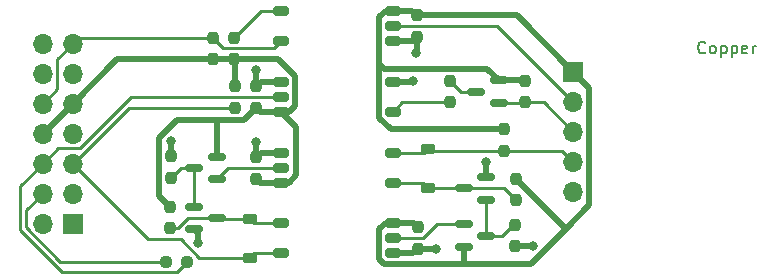
<source format=gbr>
%TF.GenerationSoftware,KiCad,Pcbnew,7.0.10*%
%TF.CreationDate,2024-10-22T16:13:00+01:00*%
%TF.ProjectId,RL78I1C_PMOD_PROG_ADAPTOR_ISO,524c3738-4931-4435-9f50-4d4f445f5052,0*%
%TF.SameCoordinates,PX58b5f60PY7997ee0*%
%TF.FileFunction,Copper,L1,Top*%
%TF.FilePolarity,Positive*%
%FSLAX46Y46*%
G04 Gerber Fmt 4.6, Leading zero omitted, Abs format (unit mm)*
G04 Created by KiCad (PCBNEW 7.0.10) date 2024-10-22 16:13:00*
%MOMM*%
%LPD*%
G01*
G04 APERTURE LIST*
G04 Aperture macros list*
%AMRoundRect*
0 Rectangle with rounded corners*
0 $1 Rounding radius*
0 $2 $3 $4 $5 $6 $7 $8 $9 X,Y pos of 4 corners*
0 Add a 4 corners polygon primitive as box body*
4,1,4,$2,$3,$4,$5,$6,$7,$8,$9,$2,$3,0*
0 Add four circle primitives for the rounded corners*
1,1,$1+$1,$2,$3*
1,1,$1+$1,$4,$5*
1,1,$1+$1,$6,$7*
1,1,$1+$1,$8,$9*
0 Add four rect primitives between the rounded corners*
20,1,$1+$1,$2,$3,$4,$5,0*
20,1,$1+$1,$4,$5,$6,$7,0*
20,1,$1+$1,$6,$7,$8,$9,0*
20,1,$1+$1,$8,$9,$2,$3,0*%
G04 Aperture macros list end*
%ADD10C,0.150000*%
%TA.AperFunction,NonConductor*%
%ADD11C,0.150000*%
%TD*%
%TA.AperFunction,ComponentPad*%
%ADD12R,1.700000X1.700000*%
%TD*%
%TA.AperFunction,ComponentPad*%
%ADD13O,1.700000X1.700000*%
%TD*%
%TA.AperFunction,SMDPad,CuDef*%
%ADD14RoundRect,0.237500X-0.237500X0.250000X-0.237500X-0.250000X0.237500X-0.250000X0.237500X0.250000X0*%
%TD*%
%TA.AperFunction,SMDPad,CuDef*%
%ADD15RoundRect,0.237500X0.237500X-0.250000X0.237500X0.250000X-0.237500X0.250000X-0.237500X-0.250000X0*%
%TD*%
%TA.AperFunction,SMDPad,CuDef*%
%ADD16RoundRect,0.200000X-0.450000X-0.200000X0.450000X-0.200000X0.450000X0.200000X-0.450000X0.200000X0*%
%TD*%
%TA.AperFunction,SMDPad,CuDef*%
%ADD17RoundRect,0.225000X0.375000X-0.225000X0.375000X0.225000X-0.375000X0.225000X-0.375000X-0.225000X0*%
%TD*%
%TA.AperFunction,SMDPad,CuDef*%
%ADD18RoundRect,0.200000X0.450000X0.200000X-0.450000X0.200000X-0.450000X-0.200000X0.450000X-0.200000X0*%
%TD*%
%TA.AperFunction,SMDPad,CuDef*%
%ADD19RoundRect,0.150000X-0.587500X-0.150000X0.587500X-0.150000X0.587500X0.150000X-0.587500X0.150000X0*%
%TD*%
%TA.AperFunction,SMDPad,CuDef*%
%ADD20RoundRect,0.150000X0.587500X0.150000X-0.587500X0.150000X-0.587500X-0.150000X0.587500X-0.150000X0*%
%TD*%
%TA.AperFunction,SMDPad,CuDef*%
%ADD21RoundRect,0.225000X-0.375000X0.225000X-0.375000X-0.225000X0.375000X-0.225000X0.375000X0.225000X0*%
%TD*%
%TA.AperFunction,SMDPad,CuDef*%
%ADD22RoundRect,0.237500X-0.250000X-0.237500X0.250000X-0.237500X0.250000X0.237500X-0.250000X0.237500X0*%
%TD*%
%TA.AperFunction,ViaPad*%
%ADD23C,0.800000*%
%TD*%
%TA.AperFunction,Conductor*%
%ADD24C,0.512000*%
%TD*%
%TA.AperFunction,Conductor*%
%ADD25C,0.254000*%
%TD*%
G04 APERTURE END LIST*
D10*
D11*
X61514207Y21569420D02*
X61466588Y21521800D01*
X61466588Y21521800D02*
X61323731Y21474181D01*
X61323731Y21474181D02*
X61228493Y21474181D01*
X61228493Y21474181D02*
X61085636Y21521800D01*
X61085636Y21521800D02*
X60990398Y21617039D01*
X60990398Y21617039D02*
X60942779Y21712277D01*
X60942779Y21712277D02*
X60895160Y21902753D01*
X60895160Y21902753D02*
X60895160Y22045610D01*
X60895160Y22045610D02*
X60942779Y22236086D01*
X60942779Y22236086D02*
X60990398Y22331324D01*
X60990398Y22331324D02*
X61085636Y22426562D01*
X61085636Y22426562D02*
X61228493Y22474181D01*
X61228493Y22474181D02*
X61323731Y22474181D01*
X61323731Y22474181D02*
X61466588Y22426562D01*
X61466588Y22426562D02*
X61514207Y22378943D01*
X62085636Y21474181D02*
X61990398Y21521800D01*
X61990398Y21521800D02*
X61942779Y21569420D01*
X61942779Y21569420D02*
X61895160Y21664658D01*
X61895160Y21664658D02*
X61895160Y21950372D01*
X61895160Y21950372D02*
X61942779Y22045610D01*
X61942779Y22045610D02*
X61990398Y22093229D01*
X61990398Y22093229D02*
X62085636Y22140848D01*
X62085636Y22140848D02*
X62228493Y22140848D01*
X62228493Y22140848D02*
X62323731Y22093229D01*
X62323731Y22093229D02*
X62371350Y22045610D01*
X62371350Y22045610D02*
X62418969Y21950372D01*
X62418969Y21950372D02*
X62418969Y21664658D01*
X62418969Y21664658D02*
X62371350Y21569420D01*
X62371350Y21569420D02*
X62323731Y21521800D01*
X62323731Y21521800D02*
X62228493Y21474181D01*
X62228493Y21474181D02*
X62085636Y21474181D01*
X62847541Y22140848D02*
X62847541Y21140848D01*
X62847541Y22093229D02*
X62942779Y22140848D01*
X62942779Y22140848D02*
X63133255Y22140848D01*
X63133255Y22140848D02*
X63228493Y22093229D01*
X63228493Y22093229D02*
X63276112Y22045610D01*
X63276112Y22045610D02*
X63323731Y21950372D01*
X63323731Y21950372D02*
X63323731Y21664658D01*
X63323731Y21664658D02*
X63276112Y21569420D01*
X63276112Y21569420D02*
X63228493Y21521800D01*
X63228493Y21521800D02*
X63133255Y21474181D01*
X63133255Y21474181D02*
X62942779Y21474181D01*
X62942779Y21474181D02*
X62847541Y21521800D01*
X63752303Y22140848D02*
X63752303Y21140848D01*
X63752303Y22093229D02*
X63847541Y22140848D01*
X63847541Y22140848D02*
X64038017Y22140848D01*
X64038017Y22140848D02*
X64133255Y22093229D01*
X64133255Y22093229D02*
X64180874Y22045610D01*
X64180874Y22045610D02*
X64228493Y21950372D01*
X64228493Y21950372D02*
X64228493Y21664658D01*
X64228493Y21664658D02*
X64180874Y21569420D01*
X64180874Y21569420D02*
X64133255Y21521800D01*
X64133255Y21521800D02*
X64038017Y21474181D01*
X64038017Y21474181D02*
X63847541Y21474181D01*
X63847541Y21474181D02*
X63752303Y21521800D01*
X65038017Y21521800D02*
X64942779Y21474181D01*
X64942779Y21474181D02*
X64752303Y21474181D01*
X64752303Y21474181D02*
X64657065Y21521800D01*
X64657065Y21521800D02*
X64609446Y21617039D01*
X64609446Y21617039D02*
X64609446Y21997991D01*
X64609446Y21997991D02*
X64657065Y22093229D01*
X64657065Y22093229D02*
X64752303Y22140848D01*
X64752303Y22140848D02*
X64942779Y22140848D01*
X64942779Y22140848D02*
X65038017Y22093229D01*
X65038017Y22093229D02*
X65085636Y21997991D01*
X65085636Y21997991D02*
X65085636Y21902753D01*
X65085636Y21902753D02*
X64609446Y21807515D01*
X65514208Y21474181D02*
X65514208Y22140848D01*
X65514208Y21950372D02*
X65561827Y22045610D01*
X65561827Y22045610D02*
X65609446Y22093229D01*
X65609446Y22093229D02*
X65704684Y22140848D01*
X65704684Y22140848D02*
X65799922Y22140848D01*
D12*
%TO.P,J1,1,Pin_1*%
%TO.N,unconnected-(J1-Pin_1-Pad1)*%
X7960000Y7060000D03*
D13*
%TO.P,J1,2,Pin_2*%
%TO.N,GND*%
X5420000Y7060000D03*
%TO.P,J1,3,Pin_3*%
%TO.N,unconnected-(J1-Pin_3-Pad3)*%
X7960000Y9600000D03*
%TO.P,J1,4,Pin_4*%
%TO.N,Net-(J1-Pin_4)*%
X5420000Y9600000D03*
%TO.P,J1,5,Pin_5*%
%TO.N,/TOOL0*%
X7960000Y12140000D03*
%TO.P,J1,6,Pin_6*%
%TO.N,/~{RESET_IN}*%
X5420000Y12140000D03*
%TO.P,J1,7,Pin_7*%
%TO.N,unconnected-(J1-Pin_7-Pad7)*%
X7960000Y14680000D03*
%TO.P,J1,8,Pin_8*%
%TO.N,VCC*%
X5420000Y14680000D03*
%TO.P,J1,9,Pin_9*%
X7960000Y17220000D03*
%TO.P,J1,10,Pin_10*%
%TO.N,/~{RESET_OUT}*%
X5420000Y17220000D03*
%TO.P,J1,11,Pin_11*%
%TO.N,unconnected-(J1-Pin_11-Pad11)*%
X7960000Y19760000D03*
%TO.P,J1,12,Pin_12*%
%TO.N,GND*%
X5420000Y19760000D03*
%TO.P,J1,13,Pin_13*%
%TO.N,/~{RESET_OUT}*%
X7960000Y22300000D03*
%TO.P,J1,14,Pin_14*%
%TO.N,GND*%
X5420000Y22300000D03*
%TD*%
D14*
%TO.P,R11,1*%
%TO.N,Net-(Q4-D)*%
X45441250Y6955000D03*
%TO.P,R11,2*%
%TO.N,GNDD*%
X45441250Y5130000D03*
%TD*%
D15*
%TO.P,C2,1*%
%TO.N,VCC*%
X23491250Y16880000D03*
%TO.P,C2,2*%
%TO.N,GND*%
X23491250Y18705000D03*
%TD*%
D16*
%TO.P,U1,1,A*%
%TO.N,Net-(U1-A)*%
X25591250Y25087500D03*
%TO.P,U1,2,C*%
%TO.N,/~{RESET_OUT}*%
X25591250Y22547500D03*
%TO.P,U1,3,GND*%
%TO.N,GNDD*%
X35091250Y22547500D03*
%TO.P,U1,4,Vo*%
%TO.N,/~{RESET_IN_MCU}*%
X35091250Y23817500D03*
%TO.P,U1,5,Vdd*%
%TO.N,VCOM*%
X35091250Y25087500D03*
%TD*%
D14*
%TO.P,R7,1*%
%TO.N,VCOM*%
X44441250Y15055000D03*
%TO.P,R7,2*%
%TO.N,/TOOL0_MCU*%
X44441250Y13230000D03*
%TD*%
D17*
%TO.P,D1,1,K*%
%TO.N,Net-(D1-K)*%
X38041250Y10092500D03*
%TO.P,D1,2,A*%
%TO.N,/TOOL0_MCU*%
X38041250Y13392500D03*
%TD*%
D18*
%TO.P,U2,1,A*%
%TO.N,Net-(U2-A)*%
X35091250Y16547500D03*
%TO.P,U2,2,C*%
%TO.N,GNDD*%
X35091250Y19087500D03*
%TO.P,U2,3,GND*%
%TO.N,GND*%
X25591250Y19087500D03*
%TO.P,U2,4,Vo*%
%TO.N,/~{RESET_IN}*%
X25591250Y17817500D03*
%TO.P,U2,5,Vdd*%
%TO.N,VCC*%
X25591250Y16547500D03*
%TD*%
D19*
%TO.P,Q3,1,G*%
%TO.N,Net-(Q2-D)*%
X18266250Y8492500D03*
%TO.P,Q3,2,S*%
%TO.N,GND*%
X18266250Y6592500D03*
%TO.P,Q3,3,D*%
%TO.N,Net-(D2-K)*%
X20141250Y7542500D03*
%TD*%
D14*
%TO.P,R4,1*%
%TO.N,VCOM*%
X46241250Y19155000D03*
%TO.P,R4,2*%
%TO.N,/~{RESET_OUT_MCU}*%
X46241250Y17330000D03*
%TD*%
%TO.P,R10,1*%
%TO.N,VCC*%
X16190000Y8482500D03*
%TO.P,R10,2*%
%TO.N,Net-(D2-K)*%
X16190000Y6657500D03*
%TD*%
D19*
%TO.P,Q4,1,G*%
%TO.N,Net-(Q4-G)*%
X41103750Y6992500D03*
%TO.P,Q4,2,S*%
%TO.N,VCOM*%
X41103750Y5092500D03*
%TO.P,Q4,3,D*%
%TO.N,Net-(Q4-D)*%
X42978750Y6042500D03*
%TD*%
D14*
%TO.P,R6,1*%
%TO.N,VCOM*%
X45450000Y10862500D03*
%TO.P,R6,2*%
%TO.N,Net-(D1-K)*%
X45450000Y9037500D03*
%TD*%
D20*
%TO.P,Q5,1,G*%
%TO.N,Net-(Q4-D)*%
X42978750Y9092500D03*
%TO.P,Q5,2,S*%
%TO.N,GNDD*%
X42978750Y10992500D03*
%TO.P,Q5,3,D*%
%TO.N,Net-(D1-K)*%
X41103750Y10042500D03*
%TD*%
D14*
%TO.P,R9,1*%
%TO.N,VCC*%
X21690000Y18702500D03*
%TO.P,R9,2*%
%TO.N,/TOOL0*%
X21690000Y16877500D03*
%TD*%
%TO.P,R3,1*%
%TO.N,Net-(Q1-D)*%
X39941250Y19155000D03*
%TO.P,R3,2*%
%TO.N,Net-(U2-A)*%
X39941250Y17330000D03*
%TD*%
%TO.P,C1,1*%
%TO.N,VCOM*%
X37091250Y24705000D03*
%TO.P,C1,2*%
%TO.N,GNDD*%
X37091250Y22880000D03*
%TD*%
D21*
%TO.P,D2,1,K*%
%TO.N,Net-(D2-K)*%
X22941250Y7492500D03*
%TO.P,D2,2,A*%
%TO.N,/TOOL0*%
X22941250Y4192500D03*
%TD*%
D16*
%TO.P,U4,1,A*%
%TO.N,Net-(D2-K)*%
X25591250Y7087500D03*
%TO.P,U4,2,C*%
%TO.N,/TOOL0*%
X25591250Y4547500D03*
%TO.P,U4,3,GND*%
%TO.N,GNDD*%
X35091250Y4547500D03*
%TO.P,U4,4,Vo*%
%TO.N,Net-(Q4-G)*%
X35091250Y5817500D03*
%TO.P,U4,5,Vdd*%
%TO.N,VCOM*%
X35091250Y7087500D03*
%TD*%
D22*
%TO.P,R5,1*%
%TO.N,Net-(J1-Pin_4)*%
X15828750Y3842500D03*
%TO.P,R5,2*%
%TO.N,/~{RESET_IN}*%
X17653750Y3842500D03*
%TD*%
D14*
%TO.P,R1,1*%
%TO.N,/~{RESET_OUT}*%
X19841250Y22805000D03*
%TO.P,R1,2*%
%TO.N,VCC*%
X19841250Y20980000D03*
%TD*%
D20*
%TO.P,Q1,1,G*%
%TO.N,/~{RESET_OUT_MCU}*%
X44016250Y17292500D03*
%TO.P,Q1,2,S*%
%TO.N,VCOM*%
X44016250Y19192500D03*
%TO.P,Q1,3,D*%
%TO.N,Net-(Q1-D)*%
X42141250Y18242500D03*
%TD*%
D14*
%TO.P,C4,1*%
%TO.N,VCOM*%
X37191250Y6755000D03*
%TO.P,C4,2*%
%TO.N,GNDD*%
X37191250Y4930000D03*
%TD*%
D15*
%TO.P,R8,1*%
%TO.N,Net-(Q2-D)*%
X16241250Y10930000D03*
%TO.P,R8,2*%
%TO.N,GND*%
X16241250Y12755000D03*
%TD*%
D18*
%TO.P,U3,1,A*%
%TO.N,Net-(D1-K)*%
X35091250Y10547500D03*
%TO.P,U3,2,C*%
%TO.N,/TOOL0_MCU*%
X35091250Y13087500D03*
%TO.P,U3,3,GND*%
%TO.N,GND*%
X25591250Y13087500D03*
%TO.P,U3,4,Vo*%
%TO.N,Net-(Q2-G)*%
X25591250Y11817500D03*
%TO.P,U3,5,Vdd*%
%TO.N,VCC*%
X25591250Y10547500D03*
%TD*%
D20*
%TO.P,Q2,1,G*%
%TO.N,Net-(Q2-G)*%
X20141250Y10842500D03*
%TO.P,Q2,2,S*%
%TO.N,VCC*%
X20141250Y12742500D03*
%TO.P,Q2,3,D*%
%TO.N,Net-(Q2-D)*%
X18266250Y11792500D03*
%TD*%
D15*
%TO.P,R2,1*%
%TO.N,VCC*%
X21641250Y20980000D03*
%TO.P,R2,2*%
%TO.N,Net-(U1-A)*%
X21641250Y22805000D03*
%TD*%
%TO.P,C3,1*%
%TO.N,VCC*%
X23491250Y10880000D03*
%TO.P,C3,2*%
%TO.N,GND*%
X23491250Y12705000D03*
%TD*%
D12*
%TO.P,J2,1,Pin_1*%
%TO.N,VCOM*%
X50341250Y19917500D03*
D13*
%TO.P,J2,2,Pin_2*%
%TO.N,/~{RESET_IN_MCU}*%
X50341250Y17377500D03*
%TO.P,J2,3,Pin_3*%
%TO.N,/~{RESET_OUT_MCU}*%
X50341250Y14837500D03*
%TO.P,J2,4,Pin_4*%
%TO.N,/TOOL0_MCU*%
X50341250Y12297500D03*
%TO.P,J2,5,Pin_5*%
%TO.N,GNDD*%
X50341250Y9757500D03*
%TD*%
D23*
%TO.N,GNDD*%
X42970000Y12260000D03*
%TO.N,GND*%
X18560937Y5427314D03*
X16241250Y14032500D03*
%TO.N,GNDD*%
X46941250Y5142500D03*
%TO.N,GND*%
X23491250Y20070000D03*
X23491250Y13992500D03*
%TO.N,GNDD*%
X37041250Y21542500D03*
X36741250Y19142500D03*
X38741250Y4942500D03*
%TD*%
D24*
%TO.N,VCC*%
X7960000Y17220000D02*
X5420000Y14680000D01*
X19841250Y20980000D02*
X11720000Y20980000D01*
X11720000Y20980000D02*
X7960000Y17220000D01*
X21641250Y20980000D02*
X19841250Y20980000D01*
X21690000Y20931250D02*
X21641250Y20980000D01*
X21690000Y18702500D02*
X21690000Y20931250D01*
D25*
%TO.N,/~{RESET_IN}*%
X6729000Y13449000D02*
X5420000Y12140000D01*
X8550580Y13449000D02*
X6729000Y13449000D01*
X12919080Y17817500D02*
X8550580Y13449000D01*
X25591250Y17817500D02*
X12919080Y17817500D01*
%TO.N,/TOOL0*%
X17094750Y5789000D02*
X14311000Y5789000D01*
X18691250Y4192500D02*
X17094750Y5789000D01*
X22941250Y4192500D02*
X18691250Y4192500D01*
X14311000Y5789000D02*
X7960000Y12140000D01*
X12697500Y16877500D02*
X7960000Y12140000D01*
X21690000Y16877500D02*
X12697500Y16877500D01*
%TO.N,/~{RESET_IN}*%
X7013500Y2986500D02*
X16797750Y2986500D01*
X3492000Y6508000D02*
X7013500Y2986500D01*
X3492000Y10212000D02*
X3492000Y6508000D01*
X5420000Y12140000D02*
X3492000Y10212000D01*
X16797750Y2986500D02*
X17653750Y3842500D01*
%TO.N,Net-(J1-Pin_4)*%
X4000000Y6739103D02*
X4000000Y8180000D01*
X6896603Y3842500D02*
X4000000Y6739103D01*
X15828750Y3842500D02*
X6896603Y3842500D01*
X4000000Y8180000D02*
X5420000Y9600000D01*
%TO.N,/~{RESET_OUT}*%
X6651000Y18451000D02*
X6651000Y20991000D01*
X6651000Y20991000D02*
X7960000Y22300000D01*
X5420000Y17220000D02*
X6651000Y18451000D01*
X19841250Y22805000D02*
X8465000Y22805000D01*
X8465000Y22805000D02*
X7960000Y22300000D01*
%TO.N,/~{RESET_IN_MCU}*%
X35091250Y23817500D02*
X43901250Y23817500D01*
X43901250Y23817500D02*
X50341250Y17377500D01*
D24*
%TO.N,GNDD*%
X42978750Y12251250D02*
X42970000Y12260000D01*
X42978750Y10992500D02*
X42978750Y12251250D01*
%TO.N,VCOM*%
X45467500Y10862500D02*
X49707843Y6622157D01*
X45450000Y10862500D02*
X45467500Y10862500D01*
X46723185Y3637500D02*
X49707843Y6622157D01*
X49707843Y6622157D02*
X51701250Y8615565D01*
X41103750Y3651250D02*
X41090000Y3637500D01*
X41090000Y3637500D02*
X46723185Y3637500D01*
X34341616Y3637500D02*
X41090000Y3637500D01*
X41103750Y5092500D02*
X41103750Y3651250D01*
X51701250Y18557500D02*
X50341250Y19917500D01*
X33931250Y4047866D02*
X34341616Y3637500D01*
X51701250Y8615565D02*
X51701250Y18557500D01*
X33931250Y6577500D02*
X33931250Y4047866D01*
X34441250Y7087500D02*
X33931250Y6577500D01*
X35091250Y7087500D02*
X34441250Y7087500D01*
D25*
%TO.N,Net-(D1-K)*%
X44445000Y10042500D02*
X45450000Y9037500D01*
X41103750Y10042500D02*
X44445000Y10042500D01*
%TO.N,/TOOL0_MCU*%
X49408750Y13230000D02*
X50341250Y12297500D01*
X44441250Y13230000D02*
X49408750Y13230000D01*
D24*
%TO.N,VCC*%
X20141250Y15831250D02*
X20190000Y15880000D01*
X20141250Y12742500D02*
X20141250Y15831250D01*
X20190000Y15880000D02*
X22491250Y15880000D01*
X16800000Y15880000D02*
X20190000Y15880000D01*
X15256250Y14336250D02*
X16800000Y15880000D01*
X15256250Y9416250D02*
X15256250Y14336250D01*
X22491250Y15880000D02*
X23491250Y16880000D01*
X16190000Y8482500D02*
X15256250Y9416250D01*
D25*
%TO.N,Net-(D2-K)*%
X16838646Y6657500D02*
X16190000Y6657500D01*
X17723646Y7542500D02*
X16838646Y6657500D01*
X20141250Y7542500D02*
X17723646Y7542500D01*
D24*
%TO.N,GND*%
X18560937Y5427314D02*
X18560937Y6297813D01*
X18560937Y6297813D02*
X18266250Y6592500D01*
%TO.N,VCOM*%
X43056250Y20152500D02*
X34321250Y20152500D01*
X34321250Y20152500D02*
X33931250Y20542500D01*
X44016250Y19192500D02*
X43056250Y20152500D01*
X46203750Y19192500D02*
X46241250Y19155000D01*
X44016250Y19192500D02*
X46203750Y19192500D01*
D25*
%TO.N,/~{RESET_OUT_MCU}*%
X47848750Y17330000D02*
X50341250Y14837500D01*
X46241250Y17330000D02*
X47848750Y17330000D01*
X46203750Y17292500D02*
X46241250Y17330000D01*
X44016250Y17292500D02*
X46203750Y17292500D01*
%TO.N,Net-(Q1-D)*%
X40853750Y18242500D02*
X39941250Y19155000D01*
X42141250Y18242500D02*
X40853750Y18242500D01*
D24*
%TO.N,GND*%
X16241250Y14032500D02*
X16241250Y12755000D01*
D25*
%TO.N,Net-(Q2-D)*%
X17103750Y11792500D02*
X16241250Y10930000D01*
X18266250Y11792500D02*
X17103750Y11792500D01*
X18266250Y8492500D02*
X18266250Y11792500D01*
%TO.N,Net-(Q2-G)*%
X21116250Y11817500D02*
X20141250Y10842500D01*
X25591250Y11817500D02*
X21116250Y11817500D01*
%TO.N,Net-(D2-K)*%
X20191250Y7492500D02*
X20141250Y7542500D01*
X22941250Y7492500D02*
X20191250Y7492500D01*
%TO.N,/TOOL0*%
X23296250Y4547500D02*
X22941250Y4192500D01*
X25591250Y4547500D02*
X23296250Y4547500D01*
%TO.N,Net-(D2-K)*%
X23346250Y7087500D02*
X22941250Y7492500D01*
X25591250Y7087500D02*
X23346250Y7087500D01*
D24*
%TO.N,GNDD*%
X46928750Y5130000D02*
X46941250Y5142500D01*
X45441250Y5130000D02*
X46928750Y5130000D01*
D25*
%TO.N,Net-(Q4-D)*%
X45253750Y6955000D02*
X45441250Y6955000D01*
X44341250Y6042500D02*
X45253750Y6955000D01*
X42978750Y6042500D02*
X44341250Y6042500D01*
D24*
%TO.N,GND*%
X23491250Y12705000D02*
X23491250Y13992500D01*
X23441250Y12755000D02*
X23491250Y12705000D01*
D25*
%TO.N,/TOOL0_MCU*%
X38203750Y13230000D02*
X38041250Y13392500D01*
X44441250Y13230000D02*
X38203750Y13230000D01*
%TO.N,Net-(D1-K)*%
X41053750Y10092500D02*
X41103750Y10042500D01*
X38041250Y10092500D02*
X41053750Y10092500D01*
X37586250Y10547500D02*
X38041250Y10092500D01*
X35091250Y10547500D02*
X37586250Y10547500D01*
%TO.N,/TOOL0_MCU*%
X37736250Y13087500D02*
X38041250Y13392500D01*
X35091250Y13087500D02*
X37736250Y13087500D01*
D24*
%TO.N,VCOM*%
X45553750Y24705000D02*
X50341250Y19917500D01*
X37091250Y24705000D02*
X45553750Y24705000D01*
X33931250Y20542500D02*
X33931250Y24577500D01*
X33931250Y16047866D02*
X33931250Y20542500D01*
D25*
%TO.N,/~{RESET_IN}*%
X17511806Y3542500D02*
X17628750Y3542500D01*
D24*
%TO.N,GND*%
X23873750Y19087500D02*
X23491250Y18705000D01*
X25591250Y19087500D02*
X23873750Y19087500D01*
X25591250Y13087500D02*
X23873750Y13087500D01*
X23873750Y13087500D02*
X23491250Y12705000D01*
X23491250Y18705000D02*
X23491250Y20070000D01*
%TO.N,VCC*%
X25591250Y16547500D02*
X23823750Y16547500D01*
X25358384Y20980000D02*
X21641250Y20980000D01*
X25591250Y10547500D02*
X23823750Y10547500D01*
X26241250Y16547500D02*
X26751250Y17057500D01*
X25591250Y10547500D02*
X26241250Y10547500D01*
X23823750Y10547500D02*
X23491250Y10880000D01*
X25591250Y16547500D02*
X26241250Y16547500D01*
X26891250Y11197500D02*
X26891250Y15247500D01*
X26891250Y15247500D02*
X25591250Y16547500D01*
X26751250Y19587134D02*
X25358384Y20980000D01*
X26751250Y17057500D02*
X26751250Y19587134D01*
X23823750Y16547500D02*
X23491250Y16880000D01*
X26241250Y10547500D02*
X26891250Y11197500D01*
D25*
%TO.N,/~{RESET_OUT}*%
X25591250Y22547500D02*
X24980250Y21936500D01*
X20709750Y21936500D02*
X19841250Y22805000D01*
X24980250Y21936500D02*
X20709750Y21936500D01*
D24*
%TO.N,VCOM*%
X34924116Y15055000D02*
X33931250Y16047866D01*
X37091250Y24705000D02*
X37338750Y24952500D01*
X36708750Y25087500D02*
X37091250Y24705000D01*
X33931250Y24577500D02*
X34441250Y25087500D01*
X35091250Y25087500D02*
X36708750Y25087500D01*
X44441250Y15055000D02*
X34924116Y15055000D01*
X36858750Y7087500D02*
X37191250Y6755000D01*
X35091250Y7087500D02*
X36858750Y7087500D01*
X34441250Y25087500D02*
X35091250Y25087500D01*
%TO.N,GNDD*%
X36808750Y4547500D02*
X37191250Y4930000D01*
X37091250Y22880000D02*
X37091250Y21592500D01*
X36686250Y19087500D02*
X36741250Y19142500D01*
X35091250Y19087500D02*
X36686250Y19087500D01*
X35091250Y22547500D02*
X36758750Y22547500D01*
X36758750Y22547500D02*
X37091250Y22880000D01*
X38728750Y4930000D02*
X38741250Y4942500D01*
X37191250Y4930000D02*
X38728750Y4930000D01*
X35091250Y4547500D02*
X36808750Y4547500D01*
X37091250Y21592500D02*
X37041250Y21542500D01*
D25*
%TO.N,Net-(U1-A)*%
X23923750Y25087500D02*
X21641250Y22805000D01*
X25591250Y25087500D02*
X23923750Y25087500D01*
%TO.N,Net-(U2-A)*%
X35873750Y17330000D02*
X35091250Y16547500D01*
X39941250Y17330000D02*
X35873750Y17330000D01*
%TO.N,Net-(Q4-G)*%
X38797522Y6992500D02*
X41103750Y6992500D01*
X37622522Y5817500D02*
X38797522Y6992500D01*
X35091250Y5817500D02*
X37622522Y5817500D01*
%TO.N,Net-(Q4-D)*%
X42978750Y9092500D02*
X42978750Y6042500D01*
%TD*%
M02*

</source>
